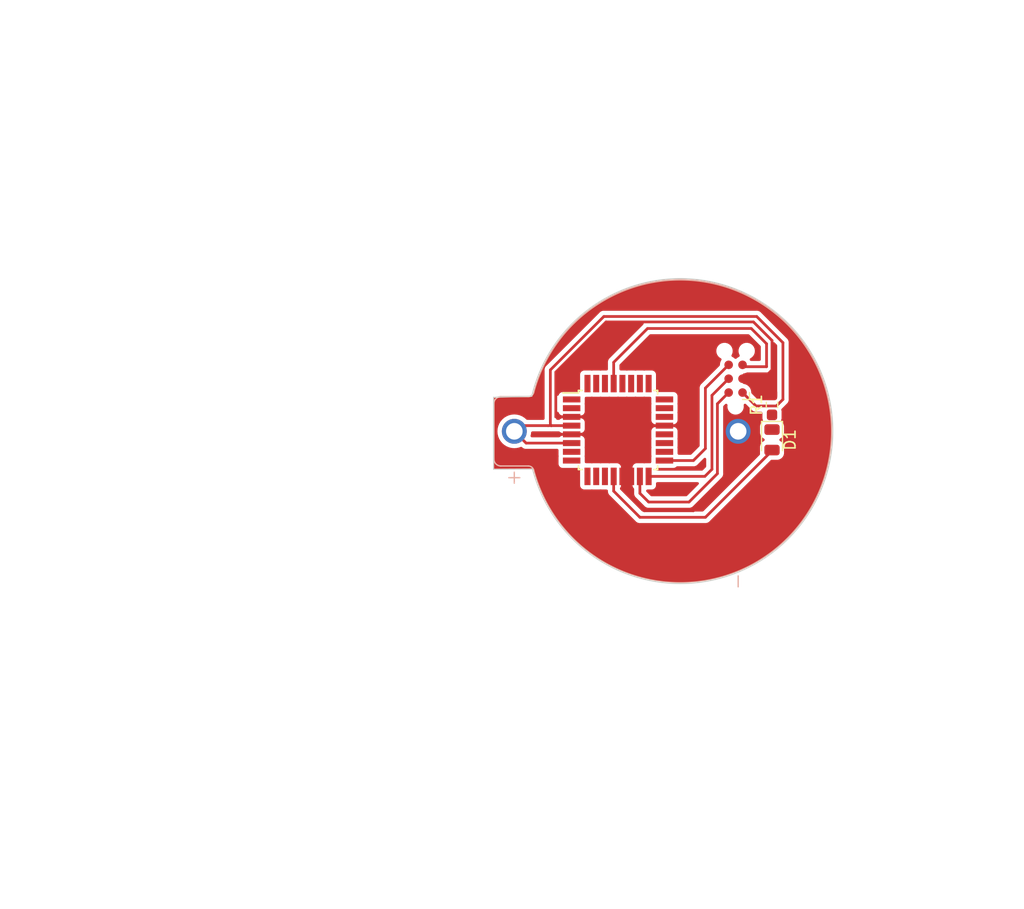
<source format=kicad_pcb>
(kicad_pcb (version 20221018) (generator pcbnew)
  (layers (0 "F.Cu" signal) (31 "B.Cu" signal) (34 "B.Paste" user) (35 "F.Paste" user) (36 "B.SilkS" user "B.Silkscreen") (37 "F.SilkS" user "F.Silkscreen") (38 "B.Mask" user) (39 "F.Mask" user) (44 "Edge.Cuts" user))
  (net 0 "")
  (net 1 "/VCC")
  (net 2 "/GND")
  (net 3 "Net-(D1-K)")
  (net 4 "Net-(D1-A)")
  (net 5 "/MOSI")
  (net 6 "/MISO")
  (net 7 "/SCK")
  (net 8 "/RST")
  (footprint "Resistor_SMD:R_0603_1608Metric_Pad0.98x0.95mm_HandSolder" (layer "F.Cu") (at 112.7 93.3 90)
    (fp_text reference "R1" (at 0 -1.43 90) (layer "F.SilkS"))
    (fp_text value "25")
    (fp_line (start -0.254724 -0.5225) (end 0.254724 -0.5225) (stroke (width 0.12)) (layer "F.SilkS"))
    (fp_line (start -0.254724 0.5225) (end 0.254724 0.5225) (stroke (width 0.12)) (layer "F.SilkS"))
    (pad "1" smd roundrect (at -0.9125 0 90) (size 0.975 0.95) (layers "F.Cu" "F.Paste" "F.Mask") (net 3 "Net-(D1-K)"))
    (pad "2" smd roundrect (at 0.9125 0 90) (size 0.975 0.95) (layers "F.Cu" "F.Paste" "F.Mask") (net 2 "/GND"))
  )
  (footprint "LED_SMD:LED_0805_2012Metric" (layer "F.Cu") (at 112.7 96.5 -90)
    (fp_text reference "D1" (at 0 -1.65 90) (layer "F.SilkS"))
    (fp_text value "LED")
    (fp_line (start -1.685 -0.96) (end -1.685 0.96) (stroke (width 0.12)) (layer "F.SilkS"))
    (fp_line (start -1.685 0.96) (end 1 0.96) (stroke (width 0.12)) (layer "F.SilkS"))
    (fp_line (start 1 -0.96) (end -1.685 -0.96) (stroke (width 0.12)) (layer "F.SilkS"))
    (pad "1" smd roundrect (at -0.9375 0 270) (size 0.975 1.4) (layers "F.Cu" "F.Paste" "F.Mask") (net 3 "Net-(D1-K)"))
    (pad "2" smd roundrect (at 0.9375 0 270) (size 0.975 1.4) (layers "F.Cu" "F.Paste" "F.Mask") (net 4 "Net-(D1-A)"))
  )
  (footprint "Package_QFP:TQFP-32_7x7mm_P0.8mm" (layer "F.Cu") (at 98.6 95.6)
    (fp_text reference "U1" hide)
    (fp_text value "ATmega88-20A")
    (fp_line (start -3.625 -3.625) (end -3.625 -3.4) (stroke (width 0.15)) (layer "F.SilkS"))
    (fp_line (start -3.625 -3.625) (end -3.3 -3.625) (stroke (width 0.15)) (layer "F.SilkS"))
    (fp_line (start -3.625 -3.4) (end -5.05 -3.4) (stroke (width 0.15)) (layer "F.SilkS"))
    (fp_line (start -3.625 3.625) (end -3.625 3.3) (stroke (width 0.15)) (layer "F.SilkS"))
    (fp_line (start -3.625 3.625) (end -3.3 3.625) (stroke (width 0.15)) (layer "F.SilkS"))
    (fp_line (start 3.625 -3.625) (end 3.3 -3.625) (stroke (width 0.15)) (layer "F.SilkS"))
    (fp_line (start 3.625 -3.625) (end 3.625 -3.3) (stroke (width 0.15)) (layer "F.SilkS"))
    (fp_line (start 3.625 3.625) (end 3.3 3.625) (stroke (width 0.15)) (layer "F.SilkS"))
    (fp_line (start 3.625 3.625) (end 3.625 3.3) (stroke (width 0.15)) (layer "F.SilkS"))
    (pad "1" smd rect (at -4.25 -2.8) (size 1.6 0.55) (layers "F.Cu" "F.Paste" "F.Mask"))
    (pad "2" smd rect (at -4.25 -2) (size 1.6 0.55) (layers "F.Cu" "F.Paste" "F.Mask"))
    (pad "3" smd rect (at -4.25 -1.2) (size 1.6 0.55) (layers "F.Cu" "F.Paste" "F.Mask") (net 2 "/GND"))
    (pad "4" smd rect (at -4.25 -0.4) (size 1.6 0.55) (layers "F.Cu" "F.Paste" "F.Mask") (net 1 "/VCC"))
    (pad "5" smd rect (at -4.25 0.4) (size 1.6 0.55) (layers "F.Cu" "F.Paste" "F.Mask") (net 2 "/GND"))
    (pad "6" smd rect (at -4.25 1.2) (size 1.6 0.55) (layers "F.Cu" "F.Paste" "F.Mask") (net 1 "/VCC"))
    (pad "7" smd rect (at -4.25 2) (size 1.6 0.55) (layers "F.Cu" "F.Paste" "F.Mask"))
    (pad "8" smd rect (at -4.25 2.8) (size 1.6 0.55) (layers "F.Cu" "F.Paste" "F.Mask"))
    (pad "9" smd rect (at -2.8 4.25 90) (size 1.6 0.55) (layers "F.Cu" "F.Paste" "F.Mask"))
    (pad "10" smd rect (at -2 4.25 90) (size 1.6 0.55) (layers "F.Cu" "F.Paste" "F.Mask"))
    (pad "11" smd rect (at -1.2 4.25 90) (size 1.6 0.55) (layers "F.Cu" "F.Paste" "F.Mask"))
    (pad "12" smd rect (at -0.4 4.25 90) (size 1.6 0.55) (layers "F.Cu" "F.Paste" "F.Mask") (net 4 "Net-(D1-A)"))
    (pad "13" smd rect (at 0.4 4.25 90) (size 1.6 0.55) (layers "F.Cu" "F.Paste" "F.Mask") (net 2 "/GND"))
    (pad "14" smd rect (at 1.2 4.25 90) (size 1.6 0.55) (layers "F.Cu" "F.Paste" "F.Mask") (net 2 "/GND"))
    (pad "15" smd rect (at 2 4.25 90) (size 1.6 0.55) (layers "F.Cu" "F.Paste" "F.Mask") (net 5 "/MOSI"))
    (pad "16" smd rect (at 2.8 4.25 90) (size 1.6 0.55) (layers "F.Cu" "F.Paste" "F.Mask") (net 6 "/MISO"))
    (pad "17" smd rect (at 4.25 2.8) (size 1.6 0.55) (layers "F.Cu" "F.Paste" "F.Mask") (net 7 "/SCK"))
    (pad "18" smd rect (at 4.25 2) (size 1.6 0.55) (layers "F.Cu" "F.Paste" "F.Mask"))
    (pad "19" smd rect (at 4.25 1.2) (size 1.6 0.55) (layers "F.Cu" "F.Paste" "F.Mask"))
    (pad "20" smd rect (at 4.25 0.4) (size 1.6 0.55) (layers "F.Cu" "F.Paste" "F.Mask"))
    (pad "21" smd rect (at 4.25 -0.4) (size 1.6 0.55) (layers "F.Cu" "F.Paste" "F.Mask") (net 2 "/GND"))
    (pad "22" smd rect (at 4.25 -1.2) (size 1.6 0.55) (layers "F.Cu" "F.Paste" "F.Mask"))
    (pad "23" smd rect (at 4.25 -2) (size 1.6 0.55) (layers "F.Cu" "F.Paste" "F.Mask"))
    (pad "24" smd rect (at 4.25 -2.8) (size 1.6 0.55) (layers "F.Cu" "F.Paste" "F.Mask"))
    (pad "25" smd rect (at 2.8 -4.25 90) (size 1.6 0.55) (layers "F.Cu" "F.Paste" "F.Mask"))
    (pad "26" smd rect (at 2 -4.25 90) (size 1.6 0.55) (layers "F.Cu" "F.Paste" "F.Mask"))
    (pad "27" smd rect (at 1.2 -4.25 90) (size 1.6 0.55) (layers "F.Cu" "F.Paste" "F.Mask"))
    (pad "28" smd rect (at 0.4 -4.25 90) (size 1.6 0.55) (layers "F.Cu" "F.Paste" "F.Mask"))
    (pad "29" smd rect (at -0.4 -4.25 90) (size 1.6 0.55) (layers "F.Cu" "F.Paste" "F.Mask") (net 8 "/RST"))
    (pad "30" smd rect (at -1.2 -4.25 90) (size 1.6 0.55) (layers "F.Cu" "F.Paste" "F.Mask"))
    (pad "31" smd rect (at -2 -4.25 90) (size 1.6 0.55) (layers "F.Cu" "F.Paste" "F.Mask"))
    (pad "32" smd rect (at -2.8 -4.25 90) (size 1.6 0.55) (layers "F.Cu" "F.Paste" "F.Mask"))
  )
  (footprint "Connector:Tag-Connect_TC2030-IDC-NL_2x03_P1.27mm_Vertical" (layer "F.Cu") (at 109.365 90.9 90)
    (fp_text reference "J1" hide)
    (fp_text value "Conn_01x06_Pin" hide)
    (fp_line (start -1.905 1.27) (end -1.905 0.635) (stroke (width 0.12)) (layer "F.SilkS"))
    (fp_line (start -1.27 1.27) (end -1.905 1.27) (stroke (width 0.12)) (layer "F.SilkS"))
    (pad "" np_thru_hole circle (at -2.54 0 90) (size 0.9906 0.9906) (drill 0.9906) (layers "*.Cu" "*.Mask"))
    (pad "" np_thru_hole circle (at 2.54 -1.016 90) (size 0.9906 0.9906) (drill 0.9906) (layers "*.Cu" "*.Mask"))
    (pad "" np_thru_hole circle (at 2.54 1.016 90) (size 0.9906 0.9906) (drill 0.9906) (layers "*.Cu" "*.Mask"))
    (pad "1" connect circle (at -1.27 0.635 90) (size 0.7874 0.7874) (layers "F.Cu" "F.Mask") (net 1 "/VCC"))
    (pad "2" connect circle (at -1.27 -0.635 90) (size 0.7874 0.7874) (layers "F.Cu" "F.Mask") (net 5 "/MOSI"))
    (pad "3" connect circle (at 0 0.635 90) (size 0.7874 0.7874) (layers "F.Cu" "F.Mask") (net 2 "/GND"))
    (pad "4" connect circle (at 0 -0.635 90) (size 0.7874 0.7874) (layers "F.Cu" "F.Mask") (net 6 "/MISO"))
    (pad "5" connect circle (at 1.27 0.635 90) (size 0.7874 0.7874) (layers "F.Cu" "F.Mask") (net 8 "/RST"))
    (pad "6" connect circle (at 1.27 -0.635 90) (size 0.7874 0.7874) (layers "F.Cu" "F.Mask") (net 7 "/SCK"))
    (zone (net 0) (net_name "") (layer "F.Cu") (connect_pads (clearance 0)) (min_thickness 0.254)
      (keepout (tracks allowed) (vias not_allowed) (pads allowed) (copperpour not_allowed) (footprints not_allowed))
      (fill (thermal_gap 0.508) (thermal_bridge_width 0.508))
      (polygon (pts (xy 108.73 89.63) (xy 108.73 92.17) (xy 110 92.17) (xy 110 89.63)))
    )
  )
  (footprint "106:BAT_106" (layer "B.Cu") (at 104.289546 95.720767 90)
    (fp_text reference "BT1" hide)
    (fp_text value "Battery_Cell")
    (fp_line (start -14.25 5.3108) (end -13.25 5.3108) (stroke (width 0.127)) (layer "B.SilkS"))
    (fp_line (start -4.75 -15.1892) (end -3.75 -15.1892) (stroke (width 0.127)) (layer "B.SilkS"))
    (fp_line (start -4.25 -14.6892) (end -4.25 -15.6892) (stroke (width 0.127)) (layer "B.SilkS"))
    (fp_line (start -3.175 -13.9098) (end -3.175 -16.4242) (stroke (width 0.127)) (layer "B.SilkS"))
    (fp_line (start -2.54 -17.0592) (end 2.54 -17.0592) (stroke (width 0.127)) (layer "B.SilkS"))
    (fp_line (start 3.175 -13.9098) (end 3.175 -16.4242) (stroke (width 0.127)) (layer "B.SilkS"))
    (fp_arc (start -3.175 -16.4242) (mid -2.989013 -16.873213) (end -2.54 -17.0592) (stroke (width 0.127)) (layer "B.SilkS"))
    (fp_arc (start -3.175 -13.9098) (mid -3.280724 -13.599069) (end -3.55402 -13.4173) (stroke (width 0.127)) (layer "B.SilkS"))
    (fp_arc (start 2.54 -17.0592) (mid 2.989013 -16.873213) (end 3.175 -16.4242) (stroke (width 0.127)) (layer "B.SilkS"))
    (fp_arc (start 3.55402 -13.4173) (mid 0 13.879992) (end -3.55402 -13.4173) (stroke (width 0.127)) (layer "B.SilkS"))
    (fp_arc (start 3.55402 -13.4173) (mid 3.280723 -13.599069) (end 3.175 -13.9098) (stroke (width 0.127)) (layer "B.SilkS"))
    (pad "1" thru_hole circle (at 0 -15.1892 90) (size 2.28 2.28) (drill 1.52) (layers "*.Cu" "*.Mask") (net 1 "/VCC"))
    (pad "2" thru_hole circle (at 0 5.3108 90) (size 2.28 2.28) (drill 1.52) (layers "*.Cu" "*.Mask") (net 2 "/GND"))
  )
  (gr_line (start 87.2 92.6) (end 90.7 92.5) (stroke (width 0.1)) (layer "Edge.Cuts"))
  (gr_arc (start 90.7 92.5) (mid 118.270644 95.554725) (end 90.769485 99.182118) (stroke (width 0.1)) (layer "Edge.Cuts"))
  (gr_line (start 87.2 99.2) (end 87.2 92.6) (stroke (width 0.1)) (layer "Edge.Cuts"))
  (gr_line (start 90.769485 99.182118) (end 87.2 99.2) (stroke (width 0.1)) (layer "Edge.Cuts"))
  (segment (start 92.4 90.1) (end 92.4 95.1) (width 0.25) (layer "F.Cu") (net 1))
  (segment (start 113.1 93.4) (end 113.7 92.8) (width 0.25) (layer "F.Cu") (net 1))
  (segment (start 113.7 87.6) (end 111.3 85.2) (width 0.25) (layer "F.Cu") (net 1))
  (segment (start 92.2 95.2) (end 89.621113 95.2) (width 0.25) (layer "F.Cu") (net 1))
  (segment (start 97.3 85.2) (end 92.4 90.1) (width 0.25) (layer "F.Cu") (net 1))
  (segment (start 92.5 95.2) (end 92.2 95.2) (width 0.25) (layer "F.Cu") (net 1))
  (segment (start 113.7 92.8) (end 113.7 87.6) (width 0.25) (layer "F.Cu") (net 1))
  (segment (start 111.3 85.2) (end 97.3 85.2) (width 0.25) (layer "F.Cu") (net 1))
  (segment (start 92.4 95.1) (end 92.5 95.2) (width 0.25) (layer "F.Cu") (net 1))
  (segment (start 90.179579 96.8) (end 94.35 96.8) (width 0.25) (layer "F.Cu") (net 1))
  (segment (start 111.23 93.4) (end 113.1 93.4) (width 0.25) (layer "F.Cu") (net 1))
  (segment (start 89.621113 95.2) (end 89.100346 95.720767) (width 0.25) (layer "F.Cu") (net 1))
  (segment (start 94.35 95.2) (end 92.5 95.2) (width 0.25) (layer "F.Cu") (net 1))
  (segment (start 110 92.17) (end 111.23 93.4) (width 0.25) (layer "F.Cu") (net 1))
  (segment (start 89.100346 95.720767) (end 90.179579 96.8) (width 0.25) (layer "F.Cu") (net 1))
  (segment (start 109.600346 98.899654) (end 109.600346 95.720767) (width 0.25) (layer "F.Cu") (net 2))
  (segment (start 111 85.7) (end 97.5 85.7) (width 0.25) (layer "F.Cu") (net 2))
  (segment (start 98.7 95.2) (end 102.85 95.2) (width 0.25) (layer "F.Cu") (net 2))
  (segment (start 112.7 92.3875) (end 112.7 91.7) (width 0.25) (layer "F.Cu") (net 2))
  (segment (start 92.9 90.3) (end 92.9 94.4) (width 0.25) (layer "F.Cu") (net 2))
  (segment (start 112.7 90.1) (end 112.7 87.4) (width 0.25) (layer "F.Cu") (net 2))
  (segment (start 99 95.5) (end 98.45 94.95) (width 0.25) (layer "F.Cu") (net 2))
  (segment (start 94.35 96) (end 97.9 96) (width 0.25) (layer "F.Cu") (net 2))
  (segment (start 98.45 94.95) (end 97.9 94.4) (width 0.25) (layer "F.Cu") (net 2))
  (segment (start 98.7 95.2) (end 98.45 94.95) (width 0.25) (layer "F.Cu") (net 2))
  (segment (start 110 90.9) (end 111.9 90.9) (width 0.25) (layer "F.Cu") (net 2))
  (segment (start 99 99.85) (end 99 101) (width 0.25) (layer "F.Cu") (net 2))
  (segment (start 112.55 90.25) (end 112.7 90.1) (width 0.25) (layer "F.Cu") (net 2))
  (segment (start 112.7 87.4) (end 111 85.7) (width 0.25) (layer "F.Cu") (net 2))
  (segment (start 97.9 96) (end 98.7 95.2) (width 0.25) (layer "F.Cu") (net 2))
  (segment (start 99 101) (end 101 103) (width 0.25) (layer "F.Cu") (net 2))
  (segment (start 109.6 96.8108) (end 109.6108 96.8) (width 0.25) (layer "F.Cu") (net 2))
  (segment (start 97.9 94.4) (end 94.35 94.4) (width 0.25) (layer "F.Cu") (net 2))
  (segment (start 92.9 94.4) (end 94.35 94.4) (width 0.25) (layer "F.Cu") (net 2))
  (segment (start 99 99.85) (end 99 95.5) (width 0.25) (layer "F.Cu") (net 2))
  (segment (start 97.5 85.7) (end 92.9 90.3) (width 0.25) (layer "F.Cu") (net 2))
  (segment (start 112.7 91.7) (end 111.9 90.9) (width 0.25) (layer "F.Cu") (net 2))
  (segment (start 101 103) (end 105.5 103) (width 0.25) (layer "F.Cu") (net 2))
  (segment (start 111.9 90.9) (end 112.55 90.25) (width 0.25) (layer "F.Cu") (net 2))
  (segment (start 105.5 103) (end 109.600346 98.899654) (width 0.25) (layer "F.Cu") (net 2))
  (segment (start 98.2 101.2) (end 100.6 103.6) (width 0.25) (layer "F.Cu") (net 4))
  (segment (start 106.6 103.6) (end 112.7 97.5) (width 0.25) (layer "F.Cu") (net 4))
  (segment (start 112.7 97.5) (end 112.7 97.4375) (width 0.25) (layer "F.Cu") (net 4))
  (segment (start 100.6 103.6) (end 106.6 103.6) (width 0.25) (layer "F.Cu") (net 4))
  (segment (start 98.2 99.85) (end 98.2 101.2) (width 0.25) (layer "F.Cu") (net 4))
  (segment (start 107.7 99.6) (end 107.7 93.2) (width 0.25) (layer "F.Cu") (net 5))
  (segment (start 105.1 102.2) (end 107.7 99.6) (width 0.25) (layer "F.Cu") (net 5))
  (segment (start 107.7 93.2) (end 108.73 92.17) (width 0.25) (layer "F.Cu") (net 5))
  (segment (start 100.6 99.85) (end 100.6 101.4) (width 0.25) (layer "F.Cu") (net 5))
  (segment (start 100.6 101.4) (end 101.4 102.2) (width 0.25) (layer "F.Cu") (net 5))
  (segment (start 101.4 102.2) (end 105.1 102.2) (width 0.25) (layer "F.Cu") (net 5))
  (segment (start 107.2 99.2) (end 106.55 99.85) (width 0.25) (layer "F.Cu") (net 6))
  (segment (start 106.55 99.85) (end 101.4 99.85) (width 0.25) (layer "F.Cu") (net 6))
  (segment (start 108.73 90.9) (end 107.2 92.43) (width 0.25) (layer "F.Cu") (net 6))
  (segment (start 101.55 100) (end 101.4 99.85) (width 0.25) (layer "F.Cu") (net 6))
  (segment (start 107.2 92.43) (end 107.2 99.2) (width 0.25) (layer "F.Cu") (net 6))
  (segment (start 105.5 98.4) (end 106.6 97.3) (width 0.25) (layer "F.Cu") (net 7))
  (segment (start 106.6 91.76) (end 108.73 89.63) (width 0.25) (layer "F.Cu") (net 7))
  (segment (start 106.6 97.3) (end 106.6 91.76) (width 0.25) (layer "F.Cu") (net 7))
  (segment (start 102.85 98.4) (end 105.5 98.4) (width 0.25) (layer "F.Cu") (net 7))
  (segment (start 98.2 89.4) (end 98.2 91.35) (width 0.25) (layer "F.Cu") (net 8))
  (segment (start 101.3 86.3) (end 98.2 89.4) (width 0.25) (layer "F.Cu") (net 8))
  (segment (start 112.2 89.8) (end 112.2 87.7) (width 0.25) (layer "F.Cu") (net 8))
  (segment (start 110.8 86.3) (end 101.3 86.3) (width 0.25) (layer "F.Cu") (net 8))
  (segment (start 112.2 87.7) (end 110.8 86.3) (width 0.25) (layer "F.Cu") (net 8))
  (segment (start 110 89.63) (end 110.17 89.8) (width 0.25) (layer "F.Cu") (net 8))
  (segment (start 110 89.63) (end 110.03 89.6) (width 0.25) (layer "F.Cu") (net 8))
  (segment (start 110.17 89.8) (end 112.2 89.8) (width 0.25) (layer "F.Cu") (net 8))
  (zone (net 2) (net_name "/GND") (layer "F.Cu") (connect_pads yes (clearance 0.4)) (min_thickness 0.25) (fill yes (thermal_gap 0.5) (thermal_bridge_width 0.5) (island_removal_mode 1) (island_area_min 10))
    (polygon (pts (xy 76.9 78.1) (xy 135.8 76.9) (xy 120.5 139.5) (xy 57.2 113.9) (xy 42 87.2) (xy 67 56.2) (xy 51.9 92.2) (xy 77.7 78.1) (xy 73.6 87.7) (xy 87.3 82.2) (xy 77.8 78.1)))
  )
)
</source>
